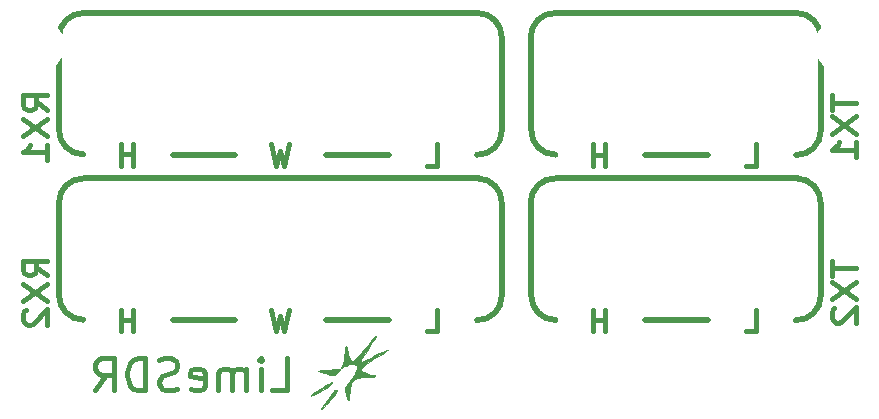
<source format=gbo>
G04 #@! TF.FileFunction,Legend,Bot*
%FSLAX46Y46*%
G04 Gerber Fmt 4.6, Leading zero omitted, Abs format (unit mm)*
G04 Created by KiCad (PCBNEW (2016-07-22 BZR 6991, Git 146a78a)-product) date 08/19/16 17:40:47*
%MOMM*%
%LPD*%
G01*
G04 APERTURE LIST*
%ADD10C,0.150000*%
%ADD11C,0.400000*%
%ADD12C,0.500000*%
%ADD13C,0.450000*%
%ADD14C,0.010000*%
%ADD15C,1.000000*%
%ADD16C,3.000000*%
%ADD17C,0.700000*%
%ADD18C,1.350000*%
G04 APERTURE END LIST*
D10*
D11*
X65242857Y-14744285D02*
X66100000Y-14744285D01*
X66100000Y-12944285D01*
D12*
X62000000Y-13830000D02*
X56700000Y-13830000D01*
D11*
X53314285Y-14759175D02*
X53314285Y-12959175D01*
X53314285Y-13816318D02*
X52285714Y-13816318D01*
X52285714Y-14759175D02*
X52285714Y-12959175D01*
D12*
X49090000Y-13820000D02*
G75*
G02X47040000Y-11719390I0J2050610D01*
G01*
X46990000Y-3920000D02*
X47040000Y-11719390D01*
X46989390Y-3880000D02*
G75*
G02X49090000Y-1830000I2050610J0D01*
G01*
X69600000Y-1830000D02*
X49100000Y-1830000D01*
X69500000Y-1830000D02*
G75*
G02X71550000Y-3930610I0J-2050610D01*
G01*
X71550000Y-11800000D02*
X71550000Y-3930610D01*
X71550000Y-11800000D02*
G75*
G02X69449390Y-13850000I-2050610J0D01*
G01*
D11*
X72504761Y-8806190D02*
X72504761Y-10063333D01*
X74504761Y-9434761D02*
X72504761Y-9434761D01*
X72504761Y-10587142D02*
X74504761Y-12053809D01*
X72504761Y-12053809D02*
X74504761Y-10587142D01*
X74504761Y-14044285D02*
X74504761Y-12787142D01*
X74504761Y-13415714D02*
X72504761Y-13415714D01*
X72790476Y-13206190D01*
X72980952Y-12996666D01*
X73076190Y-12787142D01*
D12*
X46989390Y-17880000D02*
G75*
G02X49090000Y-15830000I2050610J0D01*
G01*
X46990000Y-17920000D02*
X47040000Y-25719390D01*
X49090000Y-27820000D02*
G75*
G02X47040000Y-25719390I0J2050610D01*
G01*
X42500000Y-1830000D02*
G75*
G02X44550000Y-3930610I0J-2050610D01*
G01*
X44550000Y-11750000D02*
X44550000Y-3930610D01*
X44550000Y-11780000D02*
G75*
G02X42449390Y-13830000I-2050610J0D01*
G01*
D11*
X38242857Y-14744285D02*
X39100000Y-14744285D01*
X39100000Y-12944285D01*
D12*
X35000000Y-13830000D02*
X29700000Y-13830000D01*
D11*
X26571428Y-12959175D02*
X26142857Y-14759175D01*
X25800000Y-13473461D01*
X25457142Y-14759175D01*
X25028571Y-12959175D01*
D12*
X22000000Y-13830000D02*
X16700000Y-13830000D01*
D11*
X13314285Y-14744285D02*
X13314285Y-12944285D01*
X13314285Y-13801428D02*
X12285714Y-13801428D01*
X12285714Y-14744285D02*
X12285714Y-12944285D01*
D12*
X9106034Y-13794890D02*
G75*
G02X7056034Y-11694280I0J2050610D01*
G01*
X42600000Y-1830000D02*
X9150000Y-1830000D01*
X7049390Y-3880000D02*
G75*
G02X9150000Y-1830000I2050610J0D01*
G01*
X7056034Y-11694890D02*
X7056034Y-3844890D01*
D11*
X6034761Y-10045714D02*
X5082380Y-9312380D01*
X6034761Y-8788571D02*
X4034761Y-8788571D01*
X4034761Y-9626666D01*
X4130000Y-9836190D01*
X4225238Y-9940952D01*
X4415714Y-10045714D01*
X4701428Y-10045714D01*
X4891904Y-9940952D01*
X4987142Y-9836190D01*
X5082380Y-9626666D01*
X5082380Y-8788571D01*
X4034761Y-10779047D02*
X6034761Y-12245714D01*
X4034761Y-12245714D02*
X6034761Y-10779047D01*
X6034761Y-14236190D02*
X6034761Y-12979047D01*
X6034761Y-13607619D02*
X4034761Y-13607619D01*
X4320476Y-13398095D01*
X4510952Y-13188571D01*
X4606190Y-12979047D01*
X53314285Y-28759175D02*
X53314285Y-26959175D01*
X53314285Y-27816318D02*
X52285714Y-27816318D01*
X52285714Y-28759175D02*
X52285714Y-26959175D01*
X65242857Y-28744285D02*
X66100000Y-28744285D01*
X66100000Y-26944285D01*
D12*
X62000000Y-27830000D02*
X56700000Y-27830000D01*
X69600000Y-15830000D02*
X49100000Y-15830000D01*
X69500000Y-15830000D02*
G75*
G02X71550000Y-17930610I0J-2050610D01*
G01*
X71550000Y-25800000D02*
X71550000Y-17930610D01*
X71550000Y-25780000D02*
G75*
G02X69449390Y-27830000I-2050610J0D01*
G01*
D11*
X72504761Y-22806190D02*
X72504761Y-24063333D01*
X74504761Y-23434761D02*
X72504761Y-23434761D01*
X72504761Y-24587142D02*
X74504761Y-26053809D01*
X72504761Y-26053809D02*
X74504761Y-24587142D01*
X72695238Y-26787142D02*
X72600000Y-26891904D01*
X72504761Y-27101428D01*
X72504761Y-27625238D01*
X72600000Y-27834761D01*
X72695238Y-27939523D01*
X72885714Y-28044285D01*
X73076190Y-28044285D01*
X73361904Y-27939523D01*
X74504761Y-26682380D01*
X74504761Y-28044285D01*
D12*
X22000000Y-27830000D02*
X16700000Y-27830000D01*
D11*
X6034761Y-24045714D02*
X5082380Y-23312380D01*
X6034761Y-22788571D02*
X4034761Y-22788571D01*
X4034761Y-23626666D01*
X4130000Y-23836190D01*
X4225238Y-23940952D01*
X4415714Y-24045714D01*
X4701428Y-24045714D01*
X4891904Y-23940952D01*
X4987142Y-23836190D01*
X5082380Y-23626666D01*
X5082380Y-22788571D01*
X4034761Y-24779047D02*
X6034761Y-26245714D01*
X4034761Y-26245714D02*
X6034761Y-24779047D01*
X4225238Y-26979047D02*
X4130000Y-27083809D01*
X4034761Y-27293333D01*
X4034761Y-27817142D01*
X4130000Y-28026666D01*
X4225238Y-28131428D01*
X4415714Y-28236190D01*
X4606190Y-28236190D01*
X4891904Y-28131428D01*
X6034761Y-26874285D01*
X6034761Y-28236190D01*
D12*
X44550000Y-25800000D02*
X44550000Y-17930610D01*
X44550000Y-25780000D02*
G75*
G02X42449390Y-27830000I-2050610J0D01*
G01*
X42500000Y-15830000D02*
G75*
G02X44550000Y-17930610I0J-2050610D01*
G01*
X35000000Y-27830000D02*
X29700000Y-27830000D01*
X7056034Y-25694890D02*
X7056034Y-17844890D01*
X9106034Y-27794890D02*
G75*
G02X7056034Y-25694280I0J2050610D01*
G01*
X7049390Y-17880000D02*
G75*
G02X9150000Y-15830000I2050610J0D01*
G01*
X42600000Y-15830000D02*
X9150000Y-15830000D01*
D11*
X13314285Y-28744285D02*
X13314285Y-26944285D01*
X13314285Y-27801428D02*
X12285714Y-27801428D01*
X12285714Y-28744285D02*
X12285714Y-26944285D01*
X26571428Y-26959175D02*
X26142857Y-28759175D01*
X25800000Y-27473461D01*
X25457142Y-28759175D01*
X25028571Y-26959175D01*
X38242857Y-28744285D02*
X39100000Y-28744285D01*
X39100000Y-26944285D01*
D13*
X25050000Y-33751428D02*
X26335714Y-33751428D01*
X26335714Y-31051428D01*
X24150000Y-33751428D02*
X24150000Y-31951428D01*
X24150000Y-31051428D02*
X24278571Y-31180000D01*
X24150000Y-31308571D01*
X24021428Y-31180000D01*
X24150000Y-31051428D01*
X24150000Y-31308571D01*
X22864285Y-33751428D02*
X22864285Y-31951428D01*
X22864285Y-32208571D02*
X22735714Y-32080000D01*
X22478571Y-31951428D01*
X22092857Y-31951428D01*
X21835714Y-32080000D01*
X21707142Y-32337142D01*
X21707142Y-33751428D01*
X21707142Y-32337142D02*
X21578571Y-32080000D01*
X21321428Y-31951428D01*
X20935714Y-31951428D01*
X20678571Y-32080000D01*
X20550000Y-32337142D01*
X20550000Y-33751428D01*
X18235714Y-33622857D02*
X18492857Y-33751428D01*
X19007142Y-33751428D01*
X19264285Y-33622857D01*
X19392857Y-33365714D01*
X19392857Y-32337142D01*
X19264285Y-32080000D01*
X19007142Y-31951428D01*
X18492857Y-31951428D01*
X18235714Y-32080000D01*
X18107142Y-32337142D01*
X18107142Y-32594285D01*
X19392857Y-32851428D01*
X17078571Y-33622857D02*
X16692857Y-33751428D01*
X16050000Y-33751428D01*
X15792857Y-33622857D01*
X15664285Y-33494285D01*
X15535714Y-33237142D01*
X15535714Y-32980000D01*
X15664285Y-32722857D01*
X15792857Y-32594285D01*
X16050000Y-32465714D01*
X16564285Y-32337142D01*
X16821428Y-32208571D01*
X16950000Y-32080000D01*
X17078571Y-31822857D01*
X17078571Y-31565714D01*
X16950000Y-31308571D01*
X16821428Y-31180000D01*
X16564285Y-31051428D01*
X15921428Y-31051428D01*
X15535714Y-31180000D01*
X14378571Y-33751428D02*
X14378571Y-31051428D01*
X13735714Y-31051428D01*
X13350000Y-31180000D01*
X13092857Y-31437142D01*
X12964285Y-31694285D01*
X12835714Y-32208571D01*
X12835714Y-32594285D01*
X12964285Y-33108571D01*
X13092857Y-33365714D01*
X13350000Y-33622857D01*
X13735714Y-33751428D01*
X14378571Y-33751428D01*
X10135714Y-33751428D02*
X11035714Y-32465714D01*
X11678571Y-33751428D02*
X11678571Y-31051428D01*
X10650000Y-31051428D01*
X10392857Y-31180000D01*
X10264285Y-31308571D01*
X10135714Y-31565714D01*
X10135714Y-31951428D01*
X10264285Y-32208571D01*
X10392857Y-32337142D01*
X10650000Y-32465714D01*
X11678571Y-32465714D01*
D14*
G36*
X30454043Y-33738197D02*
X30417481Y-33749661D01*
X30376869Y-33776913D01*
X30326432Y-33826618D01*
X30260399Y-33905441D01*
X30172997Y-34020047D01*
X30058454Y-34177101D01*
X29910995Y-34383268D01*
X29816619Y-34516000D01*
X29668506Y-34725399D01*
X29535197Y-34915609D01*
X29422234Y-35078585D01*
X29335153Y-35206282D01*
X29279495Y-35290655D01*
X29260770Y-35323357D01*
X29276973Y-35351022D01*
X29332859Y-35320645D01*
X29429210Y-35231686D01*
X29498808Y-35158592D01*
X29673022Y-34969481D01*
X29812269Y-34815778D01*
X29931492Y-34680207D01*
X30045631Y-34545488D01*
X30169625Y-34394344D01*
X30304768Y-34226531D01*
X30421679Y-34077263D01*
X30518989Y-33946509D01*
X30588970Y-33845175D01*
X30623893Y-33784169D01*
X30626177Y-33772959D01*
X30585309Y-33747775D01*
X30502209Y-33735979D01*
X30492326Y-33735857D01*
X30454043Y-33738197D01*
X30454043Y-33738197D01*
G37*
X30454043Y-33738197D02*
X30417481Y-33749661D01*
X30376869Y-33776913D01*
X30326432Y-33826618D01*
X30260399Y-33905441D01*
X30172997Y-34020047D01*
X30058454Y-34177101D01*
X29910995Y-34383268D01*
X29816619Y-34516000D01*
X29668506Y-34725399D01*
X29535197Y-34915609D01*
X29422234Y-35078585D01*
X29335153Y-35206282D01*
X29279495Y-35290655D01*
X29260770Y-35323357D01*
X29276973Y-35351022D01*
X29332859Y-35320645D01*
X29429210Y-35231686D01*
X29498808Y-35158592D01*
X29673022Y-34969481D01*
X29812269Y-34815778D01*
X29931492Y-34680207D01*
X30045631Y-34545488D01*
X30169625Y-34394344D01*
X30304768Y-34226531D01*
X30421679Y-34077263D01*
X30518989Y-33946509D01*
X30588970Y-33845175D01*
X30623893Y-33784169D01*
X30626177Y-33772959D01*
X30585309Y-33747775D01*
X30502209Y-33735979D01*
X30492326Y-33735857D01*
X30454043Y-33738197D01*
G36*
X33814828Y-29200306D02*
X33742616Y-29267081D01*
X33634055Y-29387479D01*
X33573854Y-29458141D01*
X33470789Y-29580195D01*
X33382798Y-29683811D01*
X33322028Y-29754713D01*
X33303660Y-29775641D01*
X33269525Y-29815776D01*
X33197317Y-29902412D01*
X33094991Y-30025946D01*
X32970505Y-30176772D01*
X32833575Y-30343143D01*
X32677906Y-30530219D01*
X32519419Y-30716623D01*
X32370984Y-30887500D01*
X32245470Y-31027994D01*
X32173486Y-31105143D01*
X32065038Y-31216221D01*
X31992913Y-31282621D01*
X31943215Y-31312053D01*
X31902046Y-31312225D01*
X31855510Y-31290847D01*
X31847103Y-31286200D01*
X31749671Y-31208709D01*
X31672321Y-31090230D01*
X31609494Y-30919756D01*
X31562927Y-30723618D01*
X31515809Y-30489866D01*
X31479962Y-30317856D01*
X31452598Y-30198132D01*
X31430931Y-30121238D01*
X31412172Y-30077720D01*
X31393534Y-30058123D01*
X31372231Y-30052990D01*
X31365193Y-30052857D01*
X31336943Y-30064956D01*
X31314420Y-30108862D01*
X31294621Y-30195988D01*
X31274543Y-30337746D01*
X31262131Y-30444600D01*
X31243811Y-30622478D01*
X31229231Y-30788957D01*
X31220252Y-30921341D01*
X31218294Y-30979815D01*
X31200504Y-31138459D01*
X31153423Y-31330146D01*
X31085721Y-31526062D01*
X31006066Y-31697398D01*
X30998194Y-31711345D01*
X30948880Y-31815335D01*
X30938722Y-31880372D01*
X30966057Y-31898057D01*
X31027849Y-31861156D01*
X31066322Y-31833055D01*
X31126340Y-31797966D01*
X31218257Y-31750627D01*
X31352424Y-31685776D01*
X31539195Y-31598153D01*
X31610620Y-31564974D01*
X31694235Y-31542545D01*
X31816548Y-31527638D01*
X31894912Y-31524311D01*
X32018109Y-31528078D01*
X32096294Y-31548482D01*
X32156654Y-31594819D01*
X32181604Y-31622358D01*
X32248617Y-31727674D01*
X32290078Y-31842010D01*
X32290345Y-31843407D01*
X32283766Y-31981307D01*
X32221226Y-32163041D01*
X32103534Y-32387241D01*
X31931500Y-32652536D01*
X31705936Y-32957557D01*
X31429150Y-33299150D01*
X31317789Y-33440981D01*
X31252979Y-33545051D01*
X31238118Y-33605860D01*
X31238712Y-33607578D01*
X31257640Y-33674658D01*
X31281055Y-33782414D01*
X31292745Y-33844715D01*
X31310999Y-33940080D01*
X31333522Y-34038588D01*
X31364772Y-34157273D01*
X31409203Y-34313167D01*
X31462993Y-34495493D01*
X31504558Y-34584750D01*
X31553671Y-34618687D01*
X31598983Y-34589520D01*
X31599319Y-34588981D01*
X31610401Y-34540042D01*
X31624021Y-34432855D01*
X31638689Y-34281632D01*
X31652917Y-34100584D01*
X31657459Y-34033708D01*
X31682169Y-33735292D01*
X31714947Y-33497958D01*
X31758815Y-33310390D01*
X31816794Y-33161275D01*
X31891906Y-33039297D01*
X31937870Y-32983798D01*
X32019676Y-32898307D01*
X32099684Y-32830572D01*
X32187921Y-32777969D01*
X32294414Y-32737875D01*
X32429190Y-32707666D01*
X32602276Y-32684718D01*
X32823699Y-32666408D01*
X33103485Y-32650113D01*
X33239104Y-32643322D01*
X33427446Y-32632480D01*
X33591216Y-32619929D01*
X33716043Y-32607003D01*
X33787555Y-32595039D01*
X33797109Y-32591465D01*
X33824567Y-32549532D01*
X33795238Y-32509033D01*
X33723533Y-32485459D01*
X33697140Y-32484000D01*
X33565688Y-32470636D01*
X33398118Y-32434727D01*
X33213423Y-32382545D01*
X33030597Y-32320363D01*
X32868633Y-32254454D01*
X32746523Y-32191091D01*
X32696931Y-32153656D01*
X32632899Y-32083398D01*
X32615235Y-32032026D01*
X32636583Y-31969634D01*
X32646736Y-31949619D01*
X32724132Y-31845013D01*
X32862740Y-31713162D01*
X33063931Y-31552906D01*
X33329078Y-31363088D01*
X33395773Y-31317488D01*
X33568564Y-31202090D01*
X33769716Y-31070774D01*
X33983912Y-30933243D01*
X34195836Y-30799199D01*
X34390172Y-30678347D01*
X34551603Y-30580388D01*
X34646045Y-30525429D01*
X34782733Y-30446446D01*
X34866204Y-30391395D01*
X34908011Y-30351474D01*
X34919708Y-30317884D01*
X34919714Y-30316988D01*
X34890275Y-30318581D01*
X34801533Y-30352823D01*
X34652857Y-30420025D01*
X34443614Y-30520494D01*
X34173171Y-30654539D01*
X33840896Y-30822471D01*
X33446155Y-31024597D01*
X33021289Y-31244126D01*
X32861716Y-31323405D01*
X32752424Y-31368332D01*
X32682010Y-31382782D01*
X32642448Y-31372933D01*
X32586812Y-31324598D01*
X32571858Y-31300573D01*
X32576523Y-31275934D01*
X32600469Y-31224467D01*
X32646109Y-31142316D01*
X32715859Y-31025626D01*
X32812134Y-30870543D01*
X32937347Y-30673210D01*
X33093915Y-30429772D01*
X33284252Y-30136375D01*
X33510772Y-29789164D01*
X33691775Y-29512615D01*
X33770438Y-29389221D01*
X33830895Y-29288047D01*
X33863939Y-29224781D01*
X33867429Y-29213258D01*
X33854996Y-29183563D01*
X33814828Y-29200306D01*
X33814828Y-29200306D01*
G37*
X33814828Y-29200306D02*
X33742616Y-29267081D01*
X33634055Y-29387479D01*
X33573854Y-29458141D01*
X33470789Y-29580195D01*
X33382798Y-29683811D01*
X33322028Y-29754713D01*
X33303660Y-29775641D01*
X33269525Y-29815776D01*
X33197317Y-29902412D01*
X33094991Y-30025946D01*
X32970505Y-30176772D01*
X32833575Y-30343143D01*
X32677906Y-30530219D01*
X32519419Y-30716623D01*
X32370984Y-30887500D01*
X32245470Y-31027994D01*
X32173486Y-31105143D01*
X32065038Y-31216221D01*
X31992913Y-31282621D01*
X31943215Y-31312053D01*
X31902046Y-31312225D01*
X31855510Y-31290847D01*
X31847103Y-31286200D01*
X31749671Y-31208709D01*
X31672321Y-31090230D01*
X31609494Y-30919756D01*
X31562927Y-30723618D01*
X31515809Y-30489866D01*
X31479962Y-30317856D01*
X31452598Y-30198132D01*
X31430931Y-30121238D01*
X31412172Y-30077720D01*
X31393534Y-30058123D01*
X31372231Y-30052990D01*
X31365193Y-30052857D01*
X31336943Y-30064956D01*
X31314420Y-30108862D01*
X31294621Y-30195988D01*
X31274543Y-30337746D01*
X31262131Y-30444600D01*
X31243811Y-30622478D01*
X31229231Y-30788957D01*
X31220252Y-30921341D01*
X31218294Y-30979815D01*
X31200504Y-31138459D01*
X31153423Y-31330146D01*
X31085721Y-31526062D01*
X31006066Y-31697398D01*
X30998194Y-31711345D01*
X30948880Y-31815335D01*
X30938722Y-31880372D01*
X30966057Y-31898057D01*
X31027849Y-31861156D01*
X31066322Y-31833055D01*
X31126340Y-31797966D01*
X31218257Y-31750627D01*
X31352424Y-31685776D01*
X31539195Y-31598153D01*
X31610620Y-31564974D01*
X31694235Y-31542545D01*
X31816548Y-31527638D01*
X31894912Y-31524311D01*
X32018109Y-31528078D01*
X32096294Y-31548482D01*
X32156654Y-31594819D01*
X32181604Y-31622358D01*
X32248617Y-31727674D01*
X32290078Y-31842010D01*
X32290345Y-31843407D01*
X32283766Y-31981307D01*
X32221226Y-32163041D01*
X32103534Y-32387241D01*
X31931500Y-32652536D01*
X31705936Y-32957557D01*
X31429150Y-33299150D01*
X31317789Y-33440981D01*
X31252979Y-33545051D01*
X31238118Y-33605860D01*
X31238712Y-33607578D01*
X31257640Y-33674658D01*
X31281055Y-33782414D01*
X31292745Y-33844715D01*
X31310999Y-33940080D01*
X31333522Y-34038588D01*
X31364772Y-34157273D01*
X31409203Y-34313167D01*
X31462993Y-34495493D01*
X31504558Y-34584750D01*
X31553671Y-34618687D01*
X31598983Y-34589520D01*
X31599319Y-34588981D01*
X31610401Y-34540042D01*
X31624021Y-34432855D01*
X31638689Y-34281632D01*
X31652917Y-34100584D01*
X31657459Y-34033708D01*
X31682169Y-33735292D01*
X31714947Y-33497958D01*
X31758815Y-33310390D01*
X31816794Y-33161275D01*
X31891906Y-33039297D01*
X31937870Y-32983798D01*
X32019676Y-32898307D01*
X32099684Y-32830572D01*
X32187921Y-32777969D01*
X32294414Y-32737875D01*
X32429190Y-32707666D01*
X32602276Y-32684718D01*
X32823699Y-32666408D01*
X33103485Y-32650113D01*
X33239104Y-32643322D01*
X33427446Y-32632480D01*
X33591216Y-32619929D01*
X33716043Y-32607003D01*
X33787555Y-32595039D01*
X33797109Y-32591465D01*
X33824567Y-32549532D01*
X33795238Y-32509033D01*
X33723533Y-32485459D01*
X33697140Y-32484000D01*
X33565688Y-32470636D01*
X33398118Y-32434727D01*
X33213423Y-32382545D01*
X33030597Y-32320363D01*
X32868633Y-32254454D01*
X32746523Y-32191091D01*
X32696931Y-32153656D01*
X32632899Y-32083398D01*
X32615235Y-32032026D01*
X32636583Y-31969634D01*
X32646736Y-31949619D01*
X32724132Y-31845013D01*
X32862740Y-31713162D01*
X33063931Y-31552906D01*
X33329078Y-31363088D01*
X33395773Y-31317488D01*
X33568564Y-31202090D01*
X33769716Y-31070774D01*
X33983912Y-30933243D01*
X34195836Y-30799199D01*
X34390172Y-30678347D01*
X34551603Y-30580388D01*
X34646045Y-30525429D01*
X34782733Y-30446446D01*
X34866204Y-30391395D01*
X34908011Y-30351474D01*
X34919708Y-30317884D01*
X34919714Y-30316988D01*
X34890275Y-30318581D01*
X34801533Y-30352823D01*
X34652857Y-30420025D01*
X34443614Y-30520494D01*
X34173171Y-30654539D01*
X33840896Y-30822471D01*
X33446155Y-31024597D01*
X33021289Y-31244126D01*
X32861716Y-31323405D01*
X32752424Y-31368332D01*
X32682010Y-31382782D01*
X32642448Y-31372933D01*
X32586812Y-31324598D01*
X32571858Y-31300573D01*
X32576523Y-31275934D01*
X32600469Y-31224467D01*
X32646109Y-31142316D01*
X32715859Y-31025626D01*
X32812134Y-30870543D01*
X32937347Y-30673210D01*
X33093915Y-30429772D01*
X33284252Y-30136375D01*
X33510772Y-29789164D01*
X33691775Y-29512615D01*
X33770438Y-29389221D01*
X33830895Y-29288047D01*
X33863939Y-29224781D01*
X33867429Y-29213258D01*
X33854996Y-29183563D01*
X33814828Y-29200306D01*
G36*
X30149215Y-33073459D02*
X30041282Y-33117585D01*
X29876624Y-33201395D01*
X29848654Y-33216430D01*
X29680086Y-33311331D01*
X29491133Y-33424076D01*
X29291351Y-33548260D01*
X29090298Y-33677480D01*
X28897531Y-33805331D01*
X28722606Y-33925409D01*
X28575081Y-34031308D01*
X28464513Y-34116624D01*
X28400458Y-34174952D01*
X28388286Y-34195088D01*
X28398280Y-34216665D01*
X28433691Y-34217645D01*
X28502662Y-34194911D01*
X28613335Y-34145348D01*
X28773852Y-34065838D01*
X28914429Y-33993697D01*
X29236017Y-33824702D01*
X29498369Y-33680453D01*
X29708593Y-33556297D01*
X29873802Y-33447579D01*
X30001106Y-33349644D01*
X30097616Y-33257836D01*
X30165223Y-33174921D01*
X30207931Y-33102554D01*
X30203680Y-33068591D01*
X30149215Y-33073459D01*
X30149215Y-33073459D01*
G37*
X30149215Y-33073459D02*
X30041282Y-33117585D01*
X29876624Y-33201395D01*
X29848654Y-33216430D01*
X29680086Y-33311331D01*
X29491133Y-33424076D01*
X29291351Y-33548260D01*
X29090298Y-33677480D01*
X28897531Y-33805331D01*
X28722606Y-33925409D01*
X28575081Y-34031308D01*
X28464513Y-34116624D01*
X28400458Y-34174952D01*
X28388286Y-34195088D01*
X28398280Y-34216665D01*
X28433691Y-34217645D01*
X28502662Y-34194911D01*
X28613335Y-34145348D01*
X28773852Y-34065838D01*
X28914429Y-33993697D01*
X29236017Y-33824702D01*
X29498369Y-33680453D01*
X29708593Y-33556297D01*
X29873802Y-33447579D01*
X30001106Y-33349644D01*
X30097616Y-33257836D01*
X30165223Y-33174921D01*
X30207931Y-33102554D01*
X30203680Y-33068591D01*
X30149215Y-33073459D01*
G36*
X30759873Y-31953618D02*
X30687454Y-31964298D01*
X30558471Y-31977519D01*
X30388824Y-31991868D01*
X30194412Y-32005930D01*
X30111857Y-32011247D01*
X29781750Y-32032608D01*
X29518754Y-32051733D01*
X29317465Y-32069184D01*
X29172476Y-32085519D01*
X29078382Y-32101301D01*
X29029777Y-32117091D01*
X29021278Y-32124391D01*
X29037706Y-32153002D01*
X29103445Y-32178004D01*
X29213317Y-32205538D01*
X29356200Y-32245261D01*
X29512774Y-32291310D01*
X29663723Y-32337827D01*
X29789728Y-32378950D01*
X29871472Y-32408819D01*
X29885550Y-32415265D01*
X29955230Y-32437142D01*
X30069145Y-32458844D01*
X30168591Y-32471824D01*
X30387653Y-32494720D01*
X30581623Y-32294457D01*
X30682079Y-32186017D01*
X30766074Y-32086844D01*
X30816894Y-32016779D01*
X30819598Y-32011970D01*
X30844908Y-31955467D01*
X30824400Y-31941409D01*
X30759873Y-31953618D01*
X30759873Y-31953618D01*
G37*
X30759873Y-31953618D02*
X30687454Y-31964298D01*
X30558471Y-31977519D01*
X30388824Y-31991868D01*
X30194412Y-32005930D01*
X30111857Y-32011247D01*
X29781750Y-32032608D01*
X29518754Y-32051733D01*
X29317465Y-32069184D01*
X29172476Y-32085519D01*
X29078382Y-32101301D01*
X29029777Y-32117091D01*
X29021278Y-32124391D01*
X29037706Y-32153002D01*
X29103445Y-32178004D01*
X29213317Y-32205538D01*
X29356200Y-32245261D01*
X29512774Y-32291310D01*
X29663723Y-32337827D01*
X29789728Y-32378950D01*
X29871472Y-32408819D01*
X29885550Y-32415265D01*
X29955230Y-32437142D01*
X30069145Y-32458844D01*
X30168591Y-32471824D01*
X30387653Y-32494720D01*
X30581623Y-32294457D01*
X30682079Y-32186017D01*
X30766074Y-32086844D01*
X30816894Y-32016779D01*
X30819598Y-32011970D01*
X30844908Y-31955467D01*
X30824400Y-31941409D01*
X30759873Y-31953618D01*
%LPC*%
D15*
X7016662Y-32150000D02*
G75*
G03X7016662Y-32150000I-1796662J0D01*
G01*
X7006662Y-4580000D02*
G75*
G03X7006662Y-4580000I-1796662J0D01*
G01*
X75130000Y-4570000D02*
G75*
G03X75130000Y-4570000I-1796662J0D01*
G01*
X75092758Y-32094890D02*
G75*
G03X75092758Y-32094890I-1796662J0D01*
G01*
D16*
X68460000Y-21630000D02*
G75*
G03X68460000Y-21630000I-2660000J0D01*
G01*
D17*
X68730000Y-19790000D02*
X68730000Y-23480000D01*
D18*
X69630000Y-21630000D02*
G75*
G03X69630000Y-21630000I-3830000J0D01*
G01*
D16*
X55460000Y-21630000D02*
G75*
G03X55460000Y-21630000I-2660000J0D01*
G01*
D17*
X55730000Y-19790000D02*
X55730000Y-23480000D01*
D18*
X56630000Y-21630000D02*
G75*
G03X56630000Y-21630000I-3830000J0D01*
G01*
D16*
X68460000Y-7630000D02*
G75*
G03X68460000Y-7630000I-2660000J0D01*
G01*
D17*
X68730000Y-5790000D02*
X68730000Y-9480000D01*
D18*
X69630000Y-7630000D02*
G75*
G03X69630000Y-7630000I-3830000J0D01*
G01*
D16*
X55460000Y-7630000D02*
G75*
G03X55460000Y-7630000I-2660000J0D01*
G01*
D17*
X55730000Y-5790000D02*
X55730000Y-9480000D01*
D18*
X56630000Y-7630000D02*
G75*
G03X56630000Y-7630000I-3830000J0D01*
G01*
D16*
X41460000Y-21630000D02*
G75*
G03X41460000Y-21630000I-2660000J0D01*
G01*
D17*
X41730000Y-19790000D02*
X41730000Y-23480000D01*
D18*
X42630000Y-21630000D02*
G75*
G03X42630000Y-21630000I-3830000J0D01*
G01*
D16*
X28460000Y-21630000D02*
G75*
G03X28460000Y-21630000I-2660000J0D01*
G01*
D17*
X28730000Y-19790000D02*
X28730000Y-23480000D01*
D18*
X29630000Y-21630000D02*
G75*
G03X29630000Y-21630000I-3830000J0D01*
G01*
D16*
X15460000Y-21630000D02*
G75*
G03X15460000Y-21630000I-2660000J0D01*
G01*
D17*
X15730000Y-19790000D02*
X15730000Y-23480000D01*
D18*
X16630000Y-21630000D02*
G75*
G03X16630000Y-21630000I-3830000J0D01*
G01*
D16*
X41460000Y-7630000D02*
G75*
G03X41460000Y-7630000I-2660000J0D01*
G01*
D17*
X41730000Y-5790000D02*
X41730000Y-9480000D01*
D18*
X42630000Y-7630000D02*
G75*
G03X42630000Y-7630000I-3830000J0D01*
G01*
D16*
X28460000Y-7630000D02*
G75*
G03X28460000Y-7630000I-2660000J0D01*
G01*
D17*
X28730000Y-5790000D02*
X28730000Y-9480000D01*
D18*
X29630000Y-7630000D02*
G75*
G03X29630000Y-7630000I-3830000J0D01*
G01*
D16*
X15460000Y-7630000D02*
G75*
G03X15460000Y-7630000I-2660000J0D01*
G01*
D17*
X15730000Y-5790000D02*
X15730000Y-9480000D01*
D18*
X16630000Y-7630000D02*
G75*
G03X16630000Y-7630000I-3830000J0D01*
G01*
M02*

</source>
